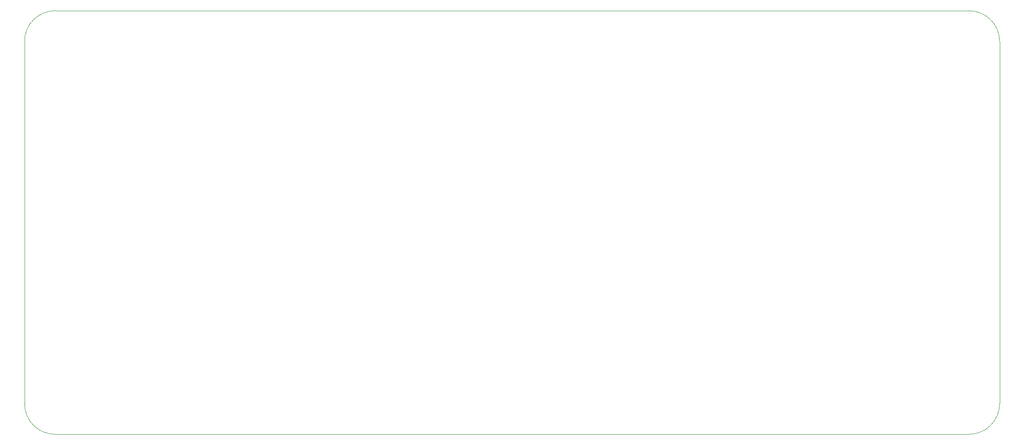
<source format=gbr>
G04 #@! TF.GenerationSoftware,KiCad,Pcbnew,(5.1.2-1)-1*
G04 #@! TF.CreationDate,2019-07-10T19:42:19-04:00*
G04 #@! TF.ProjectId,SuperMux,53757065-724d-4757-982e-6b696361645f,rev?*
G04 #@! TF.SameCoordinates,Original*
G04 #@! TF.FileFunction,Profile,NP*
%FSLAX46Y46*%
G04 Gerber Fmt 4.6, Leading zero omitted, Abs format (unit mm)*
G04 Created by KiCad (PCBNEW (5.1.2-1)-1) date 2019-07-10 19:42:19*
%MOMM*%
%LPD*%
G04 APERTURE LIST*
%ADD10C,0.050000*%
G04 APERTURE END LIST*
D10*
X220000000Y-126000000D02*
X220000000Y-55000000D01*
X35000000Y-132000000D02*
X214000000Y-132000000D01*
X29000000Y-55000000D02*
X29000000Y-126000000D01*
X214000000Y-49000000D02*
X35000000Y-49000000D01*
X214000000Y-49000000D02*
G75*
G02X220000000Y-55000000I0J-6000000D01*
G01*
X220000000Y-126000000D02*
G75*
G02X214000000Y-132000000I-6000000J0D01*
G01*
X35000000Y-132000000D02*
G75*
G02X29000000Y-126000000I0J6000000D01*
G01*
X29000000Y-55000000D02*
G75*
G02X35000000Y-49000000I6000000J0D01*
G01*
M02*

</source>
